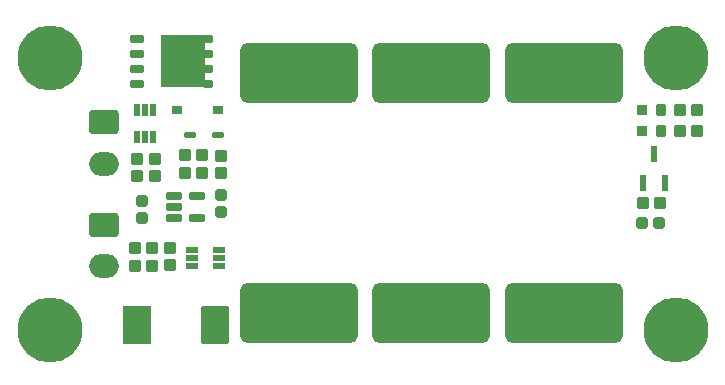
<source format=gbr>
%TF.GenerationSoftware,Altium Limited,Altium Designer,22.11.1 (43)*%
G04 Layer_Color=255*
%FSLAX45Y45*%
%MOMM*%
%TF.SameCoordinates,F25CF00E-CD35-404E-9013-36C82019CF52*%
%TF.FilePolarity,Positive*%
%TF.FileFunction,Pads,Top*%
%TF.Part,Single*%
G01*
G75*
%TA.AperFunction,SMDPad,CuDef*%
G04:AMPARAMS|DCode=10|XSize=0.75mm|YSize=0.9mm|CornerRadius=0.09375mm|HoleSize=0mm|Usage=FLASHONLY|Rotation=90.000|XOffset=0mm|YOffset=0mm|HoleType=Round|Shape=RoundedRectangle|*
%AMROUNDEDRECTD10*
21,1,0.75000,0.71250,0,0,90.0*
21,1,0.56250,0.90000,0,0,90.0*
1,1,0.18750,0.35625,0.28125*
1,1,0.18750,0.35625,-0.28125*
1,1,0.18750,-0.35625,-0.28125*
1,1,0.18750,-0.35625,0.28125*
%
%ADD10ROUNDEDRECTD10*%
G04:AMPARAMS|DCode=11|XSize=0.45mm|YSize=0.95mm|CornerRadius=0.05625mm|HoleSize=0mm|Usage=FLASHONLY|Rotation=270.000|XOffset=0mm|YOffset=0mm|HoleType=Round|Shape=RoundedRectangle|*
%AMROUNDEDRECTD11*
21,1,0.45000,0.83750,0,0,270.0*
21,1,0.33750,0.95000,0,0,270.0*
1,1,0.11250,-0.41875,-0.16875*
1,1,0.11250,-0.41875,0.16875*
1,1,0.11250,0.41875,0.16875*
1,1,0.11250,0.41875,-0.16875*
%
%ADD11ROUNDEDRECTD11*%
G04:AMPARAMS|DCode=12|XSize=5.1mm|YSize=10mm|CornerRadius=0.6375mm|HoleSize=0mm|Usage=FLASHONLY|Rotation=270.000|XOffset=0mm|YOffset=0mm|HoleType=Round|Shape=RoundedRectangle|*
%AMROUNDEDRECTD12*
21,1,5.10000,8.72500,0,0,270.0*
21,1,3.82500,10.00000,0,0,270.0*
1,1,1.27500,-4.36250,-1.91250*
1,1,1.27500,-4.36250,1.91250*
1,1,1.27500,4.36250,1.91250*
1,1,1.27500,4.36250,-1.91250*
%
%ADD12ROUNDEDRECTD12*%
G04:AMPARAMS|DCode=13|XSize=1.1mm|YSize=1mm|CornerRadius=0.25mm|HoleSize=0mm|Usage=FLASHONLY|Rotation=90.000|XOffset=0mm|YOffset=0mm|HoleType=Round|Shape=RoundedRectangle|*
%AMROUNDEDRECTD13*
21,1,1.10000,0.50000,0,0,90.0*
21,1,0.60000,1.00000,0,0,90.0*
1,1,0.50000,0.25000,0.30000*
1,1,0.50000,0.25000,-0.30000*
1,1,0.50000,-0.25000,-0.30000*
1,1,0.50000,-0.25000,0.30000*
%
%ADD13ROUNDEDRECTD13*%
G04:AMPARAMS|DCode=14|XSize=1.1mm|YSize=1mm|CornerRadius=0.25mm|HoleSize=0mm|Usage=FLASHONLY|Rotation=180.000|XOffset=0mm|YOffset=0mm|HoleType=Round|Shape=RoundedRectangle|*
%AMROUNDEDRECTD14*
21,1,1.10000,0.50000,0,0,180.0*
21,1,0.60000,1.00000,0,0,180.0*
1,1,0.50000,-0.30000,0.25000*
1,1,0.50000,0.30000,0.25000*
1,1,0.50000,0.30000,-0.25000*
1,1,0.50000,-0.30000,-0.25000*
%
%ADD14ROUNDEDRECTD14*%
G04:AMPARAMS|DCode=15|XSize=0.9mm|YSize=0.6mm|CornerRadius=0.075mm|HoleSize=0mm|Usage=FLASHONLY|Rotation=0.000|XOffset=0mm|YOffset=0mm|HoleType=Round|Shape=RoundedRectangle|*
%AMROUNDEDRECTD15*
21,1,0.90000,0.45000,0,0,0.0*
21,1,0.75000,0.60000,0,0,0.0*
1,1,0.15000,0.37500,-0.22500*
1,1,0.15000,-0.37500,-0.22500*
1,1,0.15000,-0.37500,0.22500*
1,1,0.15000,0.37500,0.22500*
%
%ADD15ROUNDEDRECTD15*%
%ADD16R,3.80000X4.40000*%
G04:AMPARAMS|DCode=17|XSize=1.2mm|YSize=0.6mm|CornerRadius=0.075mm|HoleSize=0mm|Usage=FLASHONLY|Rotation=0.000|XOffset=0mm|YOffset=0mm|HoleType=Round|Shape=RoundedRectangle|*
%AMROUNDEDRECTD17*
21,1,1.20000,0.45000,0,0,0.0*
21,1,1.05000,0.60000,0,0,0.0*
1,1,0.15000,0.52500,-0.22500*
1,1,0.15000,-0.52500,-0.22500*
1,1,0.15000,-0.52500,0.22500*
1,1,0.15000,0.52500,0.22500*
%
%ADD17ROUNDEDRECTD17*%
G04:AMPARAMS|DCode=18|XSize=3.3mm|YSize=2.45mm|CornerRadius=0.30625mm|HoleSize=0mm|Usage=FLASHONLY|Rotation=90.000|XOffset=0mm|YOffset=0mm|HoleType=Round|Shape=RoundedRectangle|*
%AMROUNDEDRECTD18*
21,1,3.30000,1.83750,0,0,90.0*
21,1,2.68750,2.45000,0,0,90.0*
1,1,0.61250,0.91875,1.34375*
1,1,0.61250,0.91875,-1.34375*
1,1,0.61250,-0.91875,-1.34375*
1,1,0.61250,-0.91875,1.34375*
%
%ADD18ROUNDEDRECTD18*%
%ADD19R,2.45000X3.30000*%
G04:AMPARAMS|DCode=20|XSize=0.95mm|YSize=0.9mm|CornerRadius=0.1125mm|HoleSize=0mm|Usage=FLASHONLY|Rotation=90.000|XOffset=0mm|YOffset=0mm|HoleType=Round|Shape=RoundedRectangle|*
%AMROUNDEDRECTD20*
21,1,0.95000,0.67500,0,0,90.0*
21,1,0.72500,0.90000,0,0,90.0*
1,1,0.22500,0.33750,0.36250*
1,1,0.22500,0.33750,-0.36250*
1,1,0.22500,-0.33750,-0.36250*
1,1,0.22500,-0.33750,0.36250*
%
%ADD20ROUNDEDRECTD20*%
%ADD21R,0.90000X0.95000*%
G04:AMPARAMS|DCode=22|XSize=1mm|YSize=1mm|CornerRadius=0.25mm|HoleSize=0mm|Usage=FLASHONLY|Rotation=0.000|XOffset=0mm|YOffset=0mm|HoleType=Round|Shape=RoundedRectangle|*
%AMROUNDEDRECTD22*
21,1,1.00000,0.50000,0,0,0.0*
21,1,0.50000,1.00000,0,0,0.0*
1,1,0.50000,0.25000,-0.25000*
1,1,0.50000,-0.25000,-0.25000*
1,1,0.50000,-0.25000,0.25000*
1,1,0.50000,0.25000,0.25000*
%
%ADD22ROUNDEDRECTD22*%
G04:AMPARAMS|DCode=23|XSize=1mm|YSize=1mm|CornerRadius=0.25mm|HoleSize=0mm|Usage=FLASHONLY|Rotation=90.000|XOffset=0mm|YOffset=0mm|HoleType=Round|Shape=RoundedRectangle|*
%AMROUNDEDRECTD23*
21,1,1.00000,0.50000,0,0,90.0*
21,1,0.50000,1.00000,0,0,90.0*
1,1,0.50000,0.25000,0.25000*
1,1,0.50000,0.25000,-0.25000*
1,1,0.50000,-0.25000,-0.25000*
1,1,0.50000,-0.25000,0.25000*
%
%ADD23ROUNDEDRECTD23*%
G04:AMPARAMS|DCode=24|XSize=0.45mm|YSize=1.05mm|CornerRadius=0.05625mm|HoleSize=0mm|Usage=FLASHONLY|Rotation=90.000|XOffset=0mm|YOffset=0mm|HoleType=Round|Shape=RoundedRectangle|*
%AMROUNDEDRECTD24*
21,1,0.45000,0.93750,0,0,90.0*
21,1,0.33750,1.05000,0,0,90.0*
1,1,0.11250,0.46875,0.16875*
1,1,0.11250,0.46875,-0.16875*
1,1,0.11250,-0.46875,-0.16875*
1,1,0.11250,-0.46875,0.16875*
%
%ADD24ROUNDEDRECTD24*%
G04:AMPARAMS|DCode=25|XSize=0.65mm|YSize=1.3mm|CornerRadius=0.08125mm|HoleSize=0mm|Usage=FLASHONLY|Rotation=90.000|XOffset=0mm|YOffset=0mm|HoleType=Round|Shape=RoundedRectangle|*
%AMROUNDEDRECTD25*
21,1,0.65000,1.13750,0,0,90.0*
21,1,0.48750,1.30000,0,0,90.0*
1,1,0.16250,0.56875,0.24375*
1,1,0.16250,0.56875,-0.24375*
1,1,0.16250,-0.56875,-0.24375*
1,1,0.16250,-0.56875,0.24375*
%
%ADD25ROUNDEDRECTD25*%
G04:AMPARAMS|DCode=26|XSize=0.5mm|YSize=1.4mm|CornerRadius=0.0625mm|HoleSize=0mm|Usage=FLASHONLY|Rotation=180.000|XOffset=0mm|YOffset=0mm|HoleType=Round|Shape=RoundedRectangle|*
%AMROUNDEDRECTD26*
21,1,0.50000,1.27500,0,0,180.0*
21,1,0.37500,1.40000,0,0,180.0*
1,1,0.12500,-0.18750,0.63750*
1,1,0.12500,0.18750,0.63750*
1,1,0.12500,0.18750,-0.63750*
1,1,0.12500,-0.18750,-0.63750*
%
%ADD26ROUNDEDRECTD26*%
G04:AMPARAMS|DCode=27|XSize=0.45mm|YSize=1.05mm|CornerRadius=0.05625mm|HoleSize=0mm|Usage=FLASHONLY|Rotation=180.000|XOffset=0mm|YOffset=0mm|HoleType=Round|Shape=RoundedRectangle|*
%AMROUNDEDRECTD27*
21,1,0.45000,0.93750,0,0,180.0*
21,1,0.33750,1.05000,0,0,180.0*
1,1,0.11250,-0.16875,0.46875*
1,1,0.11250,0.16875,0.46875*
1,1,0.11250,0.16875,-0.46875*
1,1,0.11250,-0.16875,-0.46875*
%
%ADD27ROUNDEDRECTD27*%
%TA.AperFunction,ComponentPad*%
G04:AMPARAMS|DCode=31|XSize=2mm|YSize=2.5mm|CornerRadius=0.25mm|HoleSize=0mm|Usage=FLASHONLY|Rotation=270.000|XOffset=0mm|YOffset=0mm|HoleType=Round|Shape=RoundedRectangle|*
%AMROUNDEDRECTD31*
21,1,2.00000,2.00000,0,0,270.0*
21,1,1.50000,2.50000,0,0,270.0*
1,1,0.50000,-1.00000,-0.75000*
1,1,0.50000,-1.00000,0.75000*
1,1,0.50000,1.00000,0.75000*
1,1,0.50000,1.00000,-0.75000*
%
%ADD31ROUNDEDRECTD31*%
%ADD32O,2.50000X2.00000*%
%ADD33C,5.50000*%
D10*
X1427480Y2214880D02*
D03*
X1772480D02*
D03*
D11*
X1537920Y2004060D02*
D03*
X1772920D02*
D03*
D12*
X2456180Y497840D02*
D03*
Y2529840D02*
D03*
X3578860Y497840D02*
D03*
Y2529840D02*
D03*
X4706620Y497840D02*
D03*
Y2529840D02*
D03*
D13*
X1073580Y894080D02*
D03*
X1218580D02*
D03*
X1497220Y1831340D02*
D03*
X1642220D02*
D03*
X1640920Y1678940D02*
D03*
X1495920D02*
D03*
X1218580Y1049020D02*
D03*
X1073580D02*
D03*
X5686980Y2034540D02*
D03*
X5831980D02*
D03*
X5686980Y2214880D02*
D03*
X5831980D02*
D03*
X5519560Y1424940D02*
D03*
X5374560D02*
D03*
D14*
X1368360Y899080D02*
D03*
Y1044080D02*
D03*
X1242060Y1800940D02*
D03*
Y1655940D02*
D03*
X1798320Y1826400D02*
D03*
Y1681400D02*
D03*
X1092200Y1800940D02*
D03*
Y1655940D02*
D03*
D15*
X1692200Y2689860D02*
D03*
Y2816860D02*
D03*
Y2562860D02*
D03*
Y2435860D02*
D03*
D16*
X1478560Y2626360D02*
D03*
D17*
X1092200Y2689860D02*
D03*
Y2816860D02*
D03*
Y2435860D02*
D03*
Y2562860D02*
D03*
D18*
X1747520Y391160D02*
D03*
D19*
X1087120D02*
D03*
D20*
X5523220Y2214880D02*
D03*
X5524480Y2034540D02*
D03*
D21*
X5363220Y2214880D02*
D03*
X5364480Y2034540D02*
D03*
D22*
X1798320Y1345940D02*
D03*
Y1490940D02*
D03*
X1132840Y1441560D02*
D03*
Y1296560D02*
D03*
D23*
X5512060Y1257300D02*
D03*
X5367060D02*
D03*
D24*
X1783080Y1025120D02*
D03*
Y895120D02*
D03*
Y960120D02*
D03*
X1553080Y1025120D02*
D03*
Y960120D02*
D03*
Y895120D02*
D03*
D25*
X1597660Y1488440D02*
D03*
Y1298440D02*
D03*
X1397660Y1488440D02*
D03*
Y1393440D02*
D03*
Y1298440D02*
D03*
D26*
X5558540Y1594040D02*
D03*
X5368540D02*
D03*
X5463540Y1844040D02*
D03*
D27*
X1222200Y1984880D02*
D03*
X1157200D02*
D03*
X1092200D02*
D03*
X1157200Y2214880D02*
D03*
X1222200D02*
D03*
X1092200D02*
D03*
D31*
X805180Y2110220D02*
D03*
Y1239520D02*
D03*
D32*
Y1760220D02*
D03*
Y889520D02*
D03*
D33*
X5650000Y350000D02*
D03*
X350000Y2650000D02*
D03*
X5650000D02*
D03*
X350000Y350000D02*
D03*
%TF.MD5,bed017a74aa7dc2bd9d4a2be83407c78*%
M02*

</source>
